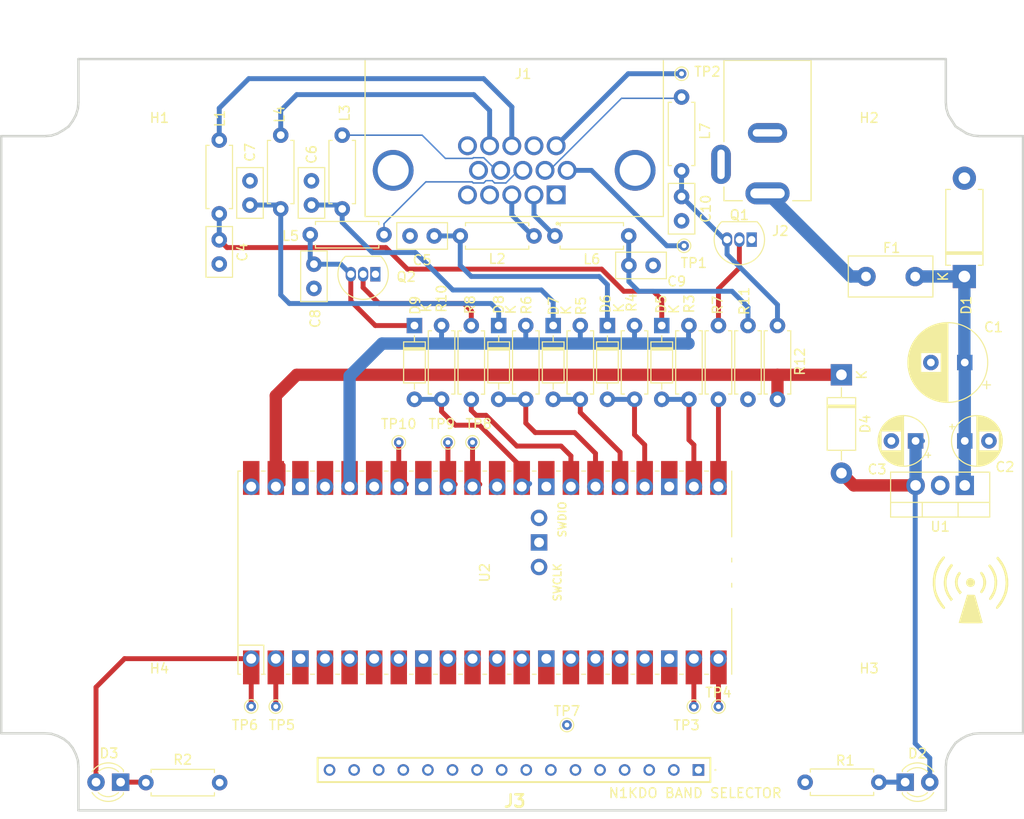
<source format=kicad_pcb>
(kicad_pcb (version 20240108) (generator "pcbnew") (generator_version "8.0")
  (title_block (title "n1kdo_band_selector") (date "2024-09-15") (rev "0.0.3"))
  (layers (0 "F.Cu" signal) (31 "B.Cu" signal) (34 "B.Paste" user) (35 "F.Paste" user) (36 "B.SilkS" user "B.Silkscreen") (37 "F.SilkS" user "F.Silkscreen") (38 "B.Mask" user) (39 "F.Mask" user) (44 "Edge.Cuts" user))
  (net 0 "")
  (net 1 "+12V")
  (net 2 "GND")
  (net 3 "+5V")
  (net 4 "Net-(D5-K)")
  (net 5 "Net-(D6-K)")
  (net 6 "Net-(D7-K)")
  (net 7 "Net-(D8-K)")
  (net 8 "Net-(D9-K)")
  (net 9 "Net-(C9-Pad1)")
  (net 10 "Net-(D2-K)")
  (net 11 "/BLINKY")
  (net 12 "Net-(D3-K)")
  (net 13 "+5VD")
  (net 14 "/B0")
  (net 15 "/B1")
  (net 16 "/B2")
  (net 17 "/B3")
  (net 18 "/\\PWRSENSE")
  (net 19 "Net-(F1-Pad1)")
  (net 23 "/\\PWR_ON")
  (net 24 "/BAND1")
  (net 25 "/DIGOUT0")
  (net 26 "/\\INHIBIT")
  (net 27 "Net-(Q1-D)")
  (net 28 "/BAND3")
  (net 29 "/AUXBUS")
  (net 30 "/BAND0")
  (net 31 "/BAND2")
  (net 33 "/D5")
  (net 34 "/SW3")
  (net 35 "/RS")
  (net 36 "/RW")
  (net 37 "/SW1")
  (net 38 "/E")
  (net 39 "/SW4")
  (net 40 "/D7")
  (net 41 "+3.3V")
  (net 42 "/D4")
  (net 43 "/SW2")
  (net 44 "/D6")
  (net 45 "Net-(Q1-G)")
  (net 46 "Net-(Q2-G)")
  (net 47 "/INH")
  (net 48 "/PWRON")
  (net 49 "/LISTEN")
  (net 50 "Net-(U2-GPIO14)")
  (net 51 "Net-(U2-GPIO15)")
  (net 52 "Net-(U2-GPIO1)")
  (net 65 "/DIGOUT1")
  (net 66 "Net-(J3-Pad5)")
  (net 67 "Net-(U2-GPIO26_ADC0)")
  (net 68 "Net-(U2-GPIO27_ADC1)")
  (net 69 "Net-(U2-GPIO28_ADC2)")
  (footprint "Capacitor_THT:CP_Radial_D8.0mm_P3.50mm" (layer "F.Cu") (at 199.43 81.28 180)
    (property "Reference" "C1")
    (property "Value" "220")
  )
  (footprint "TestPoint:TestPoint_THTPad_D1.0mm_Drill0.5mm" (layer "F.Cu") (at 148.59 89.535)
    (property "Reference" "TP8")
    (property "Value" "TestPoint")
  )
  (footprint "Resistor_THT:R_Axial_DIN0207_L6.3mm_D2.5mm_P7.62mm_Horizontal" (layer "F.Cu") (at 170.18 53.848 -90)
    (property "Reference" "L7")
    (property "Value" "100uH")
  )
  (footprint "Resistor_THT:R_Axial_DIN0207_L6.3mm_D2.5mm_P7.62mm_Horizontal" (layer "F.Cu") (at 148.46 85.09 90)
    (property "Reference" "R8")
    (property "Value" "100")
  )
  (footprint "Resistor_THT:R_Axial_DIN0207_L6.3mm_D2.5mm_P7.62mm_Horizontal" (layer "F.Cu") (at 122.428 58.293 -90)
    (property "Reference" "L1")
    (property "Value" "100uH")
  )
  (footprint "Capacitor_THT:C_Disc_D5.0mm_W2.5mm_P2.50mm" (layer "F.Cu") (at 170.18 64.135 -90)
    (property "Reference" "C10")
    (property "Value" ".1uF")
  )
  (footprint "Library:RPi_PicoW_SMD_TH" (layer "F.Cu") (at 149.86 103 90)
    (property "Reference" "U2")
    (property "Value" "PicoW")
  )
  (footprint "Resistor_THT:R_Axial_DIN0207_L6.3mm_D2.5mm_P7.62mm_Horizontal" (layer "F.Cu") (at 135.128 57.785 -90)
    (property "Reference" "L3")
    (property "Value" "100uH")
  )
  (footprint "MountingHole:MountingHole_3.5mm" (layer "F.Cu") (at 116.245 60.5)
    (property "Reference" "H1")
    (property "Value" "MountingHole")
  )
  (footprint "Capacitor_THT:C_Disc_D5.0mm_W2.5mm_P2.50mm" (layer "F.Cu") (at 125.603 65.004 90)
    (property "Reference" "C7")
    (property "Value" ".1uF")
  )
  (footprint "Resistor_THT:R_Axial_DIN0207_L6.3mm_D2.5mm_P7.62mm_Horizontal" (layer "F.Cu") (at 170.94 77.46 -90)
    (property "Reference" "R3")
    (property "Value" "10K")
  )
  (footprint "Diode_THT:D_DO-41_SOD81_P10.16mm_Horizontal" (layer "F.Cu") (at 186.69 82.55 -90)
    (property "Reference" "D4")
    (property "Value" "1N5819")
  )
  (footprint "Diode_THT:D_DO-35_SOD27_P7.62mm_Horizontal" (layer "F.Cu") (at 142.59 77.46 -90)
    (property "Reference" "D9")
    (property "Value" "BAT43")
  )
  (footprint "Package_TO_SOT_THT:TO-92_Inline" (layer "F.Cu") (at 138.557 72.157 180)
    (property "Reference" "Q2")
    (property "Value" "2N7000")
  )
  (footprint "TestPoint:TestPoint_THTPad_D1.0mm_Drill0.5mm" (layer "F.Cu") (at 128.27 116.84)
    (property "Reference" "TP5")
    (property "Value" "TestPoint")
  )
  (footprint "Capacitor_THT:C_Disc_D5.0mm_W2.5mm_P2.50mm" (layer "F.Cu") (at 131.953 65.004 90)
    (property "Reference" "C6")
    (property "Value" ".1uF")
  )
  (footprint "MountingHole:MountingHole_3.5mm" (layer "F.Cu") (at 116.245 117.4)
    (property "Reference" "H4")
    (property "Value" "MountingHole")
  )
  (footprint "Resistor_THT:R_Axial_DIN0207_L6.3mm_D2.5mm_P7.62mm_Horizontal" (layer "F.Cu") (at 190.56 124.66 180)
    (property "Reference" "R1")
    (property "Value" "470")
  )
  (footprint "TestPoint:TestPoint_THTPad_D1.0mm_Drill0.5mm" (layer "F.Cu") (at 125.73 116.8191)
    (property "Reference" "TP6")
    (property "Value" "TestPoint")
  )
  (footprint "Package_TO_SOT_THT:TO-92_Inline" (layer "F.Cu") (at 177.419 68.58 180)
    (property "Reference" "Q1")
    (property "Value" "2N7000")
  )
  (footprint "Resistor_THT:R_Axial_DIN0207_L6.3mm_D2.5mm_P7.62mm_Horizontal" (layer "F.Cu") (at 154.94 68.199 180)
    (property "Reference" "L2")
    (property "Value" "100uH")
  )
  (footprint "Package_TO_SOT_THT:TO-220-3_Vertical" (layer "F.Cu") (at 199.43 93.98 180)
    (property "Reference" "U1")
    (property "Value" "L7805")
  )
  (footprint "TestPoint:TestPoint_THTPad_D1.0mm_Drill0.5mm" (layer "F.Cu") (at 170.18 51.435)
    (property "Reference" "TP2")
    (property "Value" "TestPoint")
  )
  (footprint "Library:75915416LF" (layer "F.Cu") (at 171.92 123.39)
    (property "Reference" "J3")
    (property "Value" "75915416LF" (hide yes))
  )
  (footprint "Resistor_THT:R_Axial_DIN0207_L6.3mm_D2.5mm_P7.62mm_Horizontal" (layer "F.Cu") (at 173.99 85.08 90)
    (property "Reference" "R7")
    (property "Value" "100")
  )
  (footprint "Resistor_THT:R_Axial_DIN0207_L6.3mm_D2.5mm_P7.62mm_Horizontal" (layer "F.Cu") (at 114.85 124.7)
    (property "Reference" "R2")
    (property "Value" "330")
  )
  (footprint "Library:RUEF090" (layer "F.Cu") (at 189.23 72.39)
    (property "Reference" "F1")
    (property "Value" "Polyfuse")
  )
  (footprint "Diode_THT:D_DO-35_SOD27_P7.62mm_Horizontal" (layer "F.Cu") (at 156.92 77.46 -90)
    (property "Reference" "D7")
    (property "Value" "BAT43")
  )
  (footprint "Library:SWITCHCRAFT_RAPC722X" (layer "F.Cu") (at 179.05625 57.55 180)
    (property "Reference" "J2")
    (property "Value" "POWER")
  )
  (footprint "TestPoint:TestPoint_THTPad_D1.0mm_Drill0.5mm" (layer "F.Cu") (at 173.99 116.84)
    (property "Reference" "TP4")
    (property "Value" "TestPoint")
  )
  (footprint "Resistor_THT:R_Axial_DIN0207_L6.3mm_D2.5mm_P7.62mm_Horizontal" (layer "F.Cu") (at 139.446 68.072 180)
    (property "Reference" "L5")
    (property "Value" "100uH")
  )
  (footprint "TestPoint:TestPoint_THTPad_D1.0mm_Drill0.5mm" (layer "F.Cu") (at 171.45 116.84)
    (property "Reference" "TP3")
    (property "Value" "TestPoint")
  )
  (footprint "TestPoint:TestPoint_THTPad_D1.0mm_Drill0.5mm" (layer "F.Cu") (at 158.34 118.745)
    (property "Reference" "TP7")
    (property "Value" "TestPoint")
  )
  (footprint "TestPoint:TestPoint_THTPad_D1.0mm_Drill0.5mm" (layer "F.Cu") (at 140.97 89.535)
    (property "Reference" "TP10")
    (property "Value" "TestPoint")
  )
  (footprint "Resistor_THT:R_Axial_DIN0207_L6.3mm_D2.5mm_P7.62mm_Horizontal" (layer "F.Cu") (at 157.099 68.199)
    (property "Reference" "L6")
    (property "Value" "100uH")
  )
  (footprint "Library:non-ionizing-bigger" (layer "F.Cu") (at 200.025 104.775)
    (property "Reference" "#G1" (hide yes))
    (property "Value" "LOGO" (hide yes))
  )
  (footprint "LED_THT:LED_D3.0mm" (layer "F.Cu") (at 112.24 124.65 180)
    (property "Reference" "D3")
    (property "Value" "LED")
  )
  (footprint "Capacitor_THT:C_Disc_D5.0mm_W2.5mm_P2.50mm" (layer "F.Cu") (at 132.207 71.12 -90)
    (property "Reference" "C8")
    (property "Value" ".1uF")
  )
  (footprint "Resistor_THT:R_Axial_DIN0207_L6.3mm_D2.5mm_P7.62mm_Horizontal" (layer "F.Cu") (at 177.04 77.46 -90)
    (property "Reference" "R11")
    (property "Value" "DNP")
  )
  (footprint "Capacitor_THT:C_Disc_D5.0mm_W2.5mm_P2.50mm" (layer "F.Cu") (at 144.633 68.199 180)
    (property "Reference" "C5")
    (property "Value" ".1uF")
  )
  (footprint "Capacitor_THT:CP_Radial_D5.0mm_P2.50mm" (layer "F.Cu") (at 199.43 89.385)
    (property "Reference" "C2")
    (property "Value" "2.2")
  )
  (footprint "Capacitor_THT:C_Disc_D5.0mm_W2.5mm_P2.50mm" (layer "F.Cu") (at 122.428 68.6 -90)
    (property "Reference" "C4")
    (property "Value" ".1uF")
  )
  (footprint "Resistor_THT:R_Axial_DIN0207_L6.3mm_D2.5mm_P7.62mm_Horizontal" (layer "F.Cu") (at 180.086 85.08 90)
    (property "Reference" "R12")
    (property "Value" "10K")
  )
  (footprint "LED_THT:LED_D3.0mm" (layer "F.Cu") (at 193.275 124.65)
    (property "Reference" "D2")
    (property "Value" "RED LED")
  )
  (footprint "TestPoint:TestPoint_THTPad_D1.0mm_Drill0.5mm" (layer "F.Cu") (at 170.434 69.215)
    (property "Reference" "TP1")
    (property "Value" "~")
  )
  (footprint "Diode_THT:D_DO-15_P10.16mm_Horizontal" (layer "F.Cu") (at 199.39 72.39 90)
    (property "Reference" "D1")
    (property "Value" "1N4002")
  )
  (footprint "Resistor_THT:R_Axial_DIN0207_L6.3mm_D2.5mm_P7.62mm_Horizontal" (layer "F.Cu") (at 145.39 77.46 -90)
    (property "Reference" "R10")
    (property "Value" "10K")
  )
  (footprint "Resistor_THT:R_Axial_DIN0207_L6.3mm_D2.5mm_P7.62mm_Horizontal" (layer "F.Cu") (at 154.09 77.46 -90)
    (property "Reference" "R6")
    (property "Value" "10K")
  )
  (footprint "TestPoint:TestPoint_THTPad_D1.0mm_Drill0.5mm" (layer "F.Cu") (at 146.05 89.535)
    (property "Reference" "TP9")
    (property "Value" "TestPoint")
  )
  (footprint "Resistor_THT:R_Axial_DIN0207_L6.3mm_D2.5mm_P7.62mm_Horizontal" (layer "F.Cu") (at 165.32 77.46 -90)
    (property "Reference" "R4")
    (property "Value" "10K")
  )
  (footprint "Capacitor_THT:C_Disc_D5.0mm_W2.5mm_P2.50mm" (layer "F.Cu") (at 164.739 71.247)
    (property "Reference" "C9")
    (property "Value" ".1uF")
  )
  (footprint "Library:AMPHENOL_10090926-P154XLF" (layer "F.Cu") (at 152.895 61.42 180)
    (property "Reference" "J1")
    (property "Value" "DE15_Plug_HighDensity_MountingHoles")
  )
  (footprint "Diode_THT:D_DO-35_SOD27_P7.62mm_Horizontal" (layer "F.Cu") (at 151.29 77.46 -90)
    (property "Reference" "D8")
    (property "Value" "BAT43")
  )
  (footprint "Resistor_THT:R_Axial_DIN0207_L6.3mm_D2.5mm_P7.62mm_Horizontal" (layer "F.Cu") (at 159.72 77.46 -90)
    (property "Reference" "R5")
    (property "Value" "10K")
  )
  (footprint "MountingHole:MountingHole_3.5mm" (layer "F.Cu") (at 189.545 60.5)
    (property "Reference" "H2")
    (property "Value" "MountingHole")
  )
  (footprint "Capacitor_THT:CP_Radial_D5.0mm_P2.50mm" (layer "F.Cu") (at 194.35 89.385 180)
    (property "Reference" "C3")
    (property "Value" "2.2")
  )
  (footprint "Diode_THT:D_DO-35_SOD27_P7.62mm_Horizontal" (layer "F.Cu") (at 168.133 77.46 -90)
    (property "Reference" "D5")
    (property "Value" "BAT43")
  )
  (footprint "Resistor_THT:R_Axial_DIN0207_L6.3mm_D2.5mm_P7.62mm_Horizontal" (layer "F.Cu") (at 128.778 57.785 -90)
    (property "Reference" "L4")
    (property "Value" "100uH")
  )
  (footprint "Diode_THT:D_DO-35_SOD27_P7.62mm_Horizontal" (layer "F.Cu") (at 162.52 77.46 -90)
    (property "Reference" "D6")
    (property "Value" "BAT43")
  )
  (footprint "MountingHole:MountingHole_3.5mm" (layer "F.Cu") (at 189.545 117.4)
    (property "Reference" "H3")
    (property "Value" "MountingHole")
  )
  (gr_line (start 105.082927 119.652198) (end 104.396595 119.599449) (stroke (width 0.253305)) (layer "Edge.Cuts"))
  (gr_line (start 106.35 120.179687) (end 105.716463 119.863189) (stroke (width 0.253305)) (layer "Edge.Cuts"))
  (gr_line (start 198.476832 56.880756) (end 199.057574 57.249999) (stroke (width 0.253305)) (layer "Edge.Cuts"))
  (gr_line (start 106.877947 56.880756) (end 107.300305 56.300516) (stroke (width 0.253305)) (layer "Edge.Cuts"))
  (gr_line (start 105.716463 119.863189) (end 105.082927 119.652198) (stroke (width 0.253305)) (layer "Edge.Cuts"))
  (gr_line (start 200.958186 57.882989) (end 205.445734 57.882989) (stroke (width 0.253305)) (layer "Edge.Cuts"))
  (gr_line (start 199.057574 57.249999) (end 199.638316 57.619243) (stroke (width 0.253305)) (layer "Edge.Cuts"))
  (gr_line (start 107.617074 55.720276) (end 107.828253 55.034538) (stroke (width 0.253305)) (layer "Edge.Cuts"))
  (gr_line (start 197.737704 55.720276) (end 198.107272 56.300516) (stroke (width 0.253305)) (layer "Edge.Cuts"))
  (gr_line (start 99.909042 119.599449) (end 99.909042 57.882989) (stroke (width 0.253305)) (layer "Edge.Cuts"))
  (gr_line (start 104.396595 57.882989) (end 105.082927 57.83024) (stroke (width 0.253305)) (layer "Edge.Cuts"))
  (gr_line (start 107.300305 56.300516) (end 107.617074 55.720276) (stroke (width 0.253305)) (layer "Edge.Cuts"))
  (gr_line (start 200.324648 57.83024) (end 200.958186 57.882989) (stroke (width 0.253305)) (layer "Edge.Cuts"))
  (gr_line (start 198.476816 120.601684) (end 198.107264 121.129165) (stroke (width 0.253305)) (layer "Edge.Cuts"))
  (gr_line (start 197.473727 49.917874) (end 197.473727 54.401548) (stroke (width 0.253305)) (layer "Edge.Cuts"))
  (gr_line (start 197.473719 127.564552) (end 107.881047 127.564552) (stroke (width 0.253305)) (layer "Edge.Cuts"))
  (gr_line (start 107.881047 54.401548) (end 107.881047 49.917874) (stroke (width 0.253305)) (layer "Edge.Cuts"))
  (gr_line (start 106.35 57.25) (end 106.877947 56.880756) (stroke (width 0.253305)) (layer "Edge.Cuts"))
  (gr_line (start 197.473719 123.080879) (end 197.473719 127.564552) (stroke (width 0.253305)) (layer "Edge.Cuts"))
  (gr_line (start 104.396595 119.599449) (end 99.909042 119.599449) (stroke (width 0.253305)) (layer "Edge.Cuts"))
  (gr_line (start 107.881047 49.917874) (end 197.473727 49.917874) (stroke (width 0.253305)) (layer "Edge.Cuts"))
  (gr_line (start 106.877947 120.601684) (end 106.35 120.179687) (stroke (width 0.253305)) (layer "Edge.Cuts"))
  (gr_line (start 205.445734 57.882989) (end 205.445734 119.599449) (stroke (width 0.253305)) (layer "Edge.Cuts"))
  (gr_line (start 107.828253 122.395141) (end 107.617074 121.762153) (stroke (width 0.253305)) (layer "Edge.Cuts"))
  (gr_line (start 105.716463 57.619244) (end 106.35 57.25) (stroke (width 0.253305)) (layer "Edge.Cuts"))
  (gr_line (start 197.473727 54.401548) (end 197.526522 55.034537) (stroke (width 0.253305)) (layer "Edge.Cuts"))
  (gr_line (start 107.881047 127.564552) (end 107.881047 123.080879) (stroke (width 0.253305)) (layer "Edge.Cuts"))
  (gr_line (start 199.638308 119.863189) (end 199.057566 120.179687) (stroke (width 0.253305)) (layer "Edge.Cuts"))
  (gr_line (start 199.057566 120.179687) (end 198.476816 120.601684) (stroke (width 0.253305)) (layer "Edge.Cuts"))
  (gr_line (start 107.881047 123.080879) (end 107.828253 122.395141) (stroke (width 0.253305)) (layer "Edge.Cuts"))
  (gr_line (start 107.300305 121.129165) (end 106.877947 120.601684) (stroke (width 0.253305)) (layer "Edge.Cuts"))
  (gr_line (start 200.958178 119.599449) (end 200.324641 119.652198) (stroke (width 0.253305)) (layer "Edge.Cuts"))
  (gr_line (start 107.617074 121.762153) (end 107.300305 121.129165) (stroke (width 0.253305)) (layer "Edge.Cuts"))
  (gr_line (start 107.828253 55.034538) (end 107.881047 54.401548) (stroke (width 0.253305)) (layer "Edge.Cuts"))
  (gr_line (start 198.107272 56.300516) (end 198.476832 56.880756) (stroke (width 0.253305)) (layer "Edge.Cuts"))
  (gr_line (start 105.082927 57.83024) (end 105.716463 57.619244) (stroke (width 0.253305)) (layer "Edge.Cuts"))
  (gr_line (start 198.107264 121.129165) (end 197.737696 121.762153) (stroke (width 0.253305)) (layer "Edge.Cuts"))
  (gr_line (start 200.324641 119.652198) (end 199.638308 119.863189) (stroke (width 0.253305)) (layer "Edge.Cuts"))
  (gr_line (start 99.909042 57.882989) (end 104.396595 57.882989) (stroke (width 0.253305)) (layer "Edge.Cuts"))
  (gr_line (start 197.526514 122.395141) (end 197.473719 123.080879) (stroke (width 0.253305)) (layer "Edge.Cuts"))
  (gr_line (start 199.638316 57.619243) (end 200.324648 57.83024) (stroke (width 0.253305)) (layer "Edge.Cuts"))
  (gr_line (start 205.445734 119.599449) (end 200.958178 119.599449) (stroke (width 0.253305)) (layer "Edge.Cuts"))
  (gr_line (start 197.737696 121.762153) (end 197.526514 122.395141) (stroke (width 0.253305)) (layer "Edge.Cuts"))
  (gr_line (start 197.526522 55.034537) (end 197.737704 55.720276) (stroke (width 0.253305)) (layer "Edge.Cuts"))
  (gr_text "N1KDO BAND SELECTOR" (at 162.56 126.365 0) (layer "F.SilkS") (effects (font (size 1 1)) (justify left bottom)))
  (segment (start 194.3 72.39) (end 199.39 72.39) (width 1.27) (layer "B.Cu") (net 1))
  (segment (start 199.43 81.28) (end 199.43 89.385) (width 1.27) (layer "B.Cu") (net 1))
  (segment (start 199.39 72.39) (end 199.39 81.24) (width 1.27) (layer "B.Cu") (net 1))
  (segment (start 199.39 81.24) (end 199.43 81.28) (width 1.27) (layer "B.Cu") (net 1))
  (segment (start 199.43 89.385) (end 199.43 93.98) (width 1.27) (layer "B.Cu") (net 1))
  (segment (start 138.8 61.42) (end 138.355832 61.42) (width 0.1524) (layer "B.Cu") (net 2))
  (segment (start 141.09 61.42) (end 140.645832 61.42) (width 0.1524) (layer "B.Cu") (net 2))
  (segment (start 140.645832 61.42) (end 139.340632 62.7252) (width 0.1524) (layer "B.Cu") (net 2))
  (segment (start 186.69 92.71) (end 187.96 93.98) (width 1.27) (layer "F.Cu") (net 3))
  (segment (start 187.96 93.98) (end 194.35 93.98) (width 1.27) (layer "F.Cu") (net 3))
  (segment (start 194.31 120.65) (end 194.31 94.02) (width 0.508) (layer "B.Cu") (net 3))
  (segment (start 194.964776 89.28) (end 195.069776 89.385) (width 0.508) (layer "B.Cu") (net 3))
  (segment (start 194.35 93.98) (end 194.35 89.385) (width 1.27) (layer "B.Cu") (net 3))
  (segment (start 195.815 122.155) (end 194.31 120.65) (width 0.508) (layer "B.Cu") (net 3))
  (segment (start 195.815 124.65) (end 195.815 122.155) (width 0.508) (layer "B.Cu") (net 3))
  (segment (start 194.31 94.02) (end 194.35 93.98) (width 0.508) (layer "B.Cu") (net 3))
  (segment (start 168.133 74.788) (end 168.133 77.46) (width 0.508) (layer "F.Cu") (net 4))
  (segment (start 141.859 71.628) (end 161.925 71.628) (width 0.508) (layer "F.Cu") (net 4))
  (segment (start 139.630999 69.399999) (end 141.859 71.628) (width 0.508) (layer "F.Cu") (net 4))
  (segment (start 122.428 68.6) (end 123.227999 69.399999) (width 0.508) (layer "F.Cu") (net 4))
  (segment (start 161.925 71.628) (end 164.211 73.914) (width 0.508) (layer "F.Cu") (net 4))
  (segment (start 123.227999 69.399999) (end 139.630999 69.399999) (width 0.508) (layer "F.Cu") (net 4))
  (segment (start 167.259 73.914) (end 168.133 74.788) (width 0.508) (layer "F.Cu") (net 4))
  (segment (start 164.211 73.914) (end 167.259 73.914) (width 0.508) (layer "F.Cu") (net 4))
  (segment (start 122.428 65.913) (end 122.428 68.6) (width 0.508) (layer "B.Cu") (net 4))
  (segment (start 144.633 68.199) (end 147.32 68.199) (width 0.508) (layer "B.Cu") (net 5))
  (segment (start 147.32 68.199) (end 147.32 71.247) (width 0.508) (layer "B.Cu") (net 5))
  (segment (start 147.32 71.247) (end 148.463 72.39) (width 0.508) (layer "B.Cu") (net 5))
  (segment (start 161.671 72.39) (end 162.52 73.239) (width 0.508) (layer "B.Cu") (net 5))
  (segment (start 162.52 77.13) (end 162.52 77.47) (width 0.508) (layer "B.Cu") (net 5))
  (segment (start 148.463 72.39) (end 161.671 72.39) (width 0.508) (layer "B.Cu") (net 5))
  (segment (start 162.52 73.239) (end 162.52 77.46) (width 0.508) (layer "B.Cu") (net 5))
  (segment (start 156.92 77.46) (end 156.92 75.005) (width 0.508) (layer "B.Cu") (net 6))
  (segment (start 156.92 77.04) (end 156.92 77.47) (width 0.508) (layer "B.Cu") (net 6))
  (segment (start 134.727 65.004) (end 135.128 65.405) (width 0.508) (layer "B.Cu") (net 6))
  (segment (start 135.128 66.802) (end 135.128 65.405) (width 0.508) (layer "B.Cu") (net 6))
  (segment (start 146.558 73.787) (end 142.6845 69.9135) (width 0.508) (layer "B.Cu") (net 6))
  (segment (start 156.92 75.005) (end 155.702 73.787) (width 0.508) (layer "B.Cu") (net 6))
  (segment (start 138.2395 69.9135) (end 135.128 66.802) (width 0.508) (layer "B.Cu") (net 6))
  (segment (start 142.6845 69.9135) (end 138.2395 69.9135) (width 0.508) (layer "B.Cu") (net 6))
  (segment (start 131.953 65.004) (end 134.727 65.004) (width 0.508) (layer "B.Cu") (net 6))
  (segment (start 155.702 73.787) (end 146.558 73.787) (width 0.508) (layer "B.Cu") (net 6))
  (segment (start 151.29 77.46) (end 151.29 75.979) (width 0.508) (layer "B.Cu") (net 7))
  (segment (start 128.377 65.004) (end 128.778 65.405) (width 0.508) (layer "B.Cu") (net 7))
  (segment (start 125.603 65.004) (end 128.377 65.004) (width 0.508) (layer "B.Cu") (net 7))
  (segment (start 129.667 75.184) (end 128.778 74.295) (width 0.508) (layer "B.Cu") (net 7))
  (segment (start 128.778 74.295) (end 128.778 65.405) (width 0.508) (layer "B.Cu") (net 7))
  (segment (start 150.495 75.184) (end 129.667 75.184) (width 0.508) (layer "B.Cu") (net 7))
  (segment (start 151.29 75.979) (end 150.495 75.184) (width 0.508) (layer "B.Cu") (net 7))
  (segment (start 142.59 77.46) (end 138.547 77.46) (width 0.508) (layer "F.Cu") (net 8))
  (segment (start 136.017 74.93) (end 136.017 72.157) (width 0.508) (layer "F.Cu") (net 8))
  (segment (start 138.547 77.46) (end 136.017 74.93) (width 0.508) (layer "F.Cu") (net 8))
  (segment (start 131.826 70.739) (end 132.207 71.12) (width 0.508) (layer "B.Cu") (net 8))
  (segment (start 131.826 68.072) (end 131.826 70.739) (width 0.508) (layer "B.Cu") (net 8))
  (segment (start 132.207 71.12) (end 134.98 71.12) (width 0.508) (layer "B.Cu") (net 8))
  (segment (start 134.98 71.12) (end 136.017 72.157) (width 0.508) (layer "B.Cu") (net 8))
  (segment (start 164.465 71.08) (end 164.505 71.12) (width 0.254) (layer "B.Cu") (net 9))
  (segment (start 164.739 72.918) (end 165.735 73.914) (width 0.508) (layer "B.Cu") (net 9))
  (segment (start 177.04 75.567) (end 175.387 73.914) (width 0.508) (layer "B.Cu") (net 9))
  (segment (start 177.04 77.46) (end 177.04 75.567) (width 0.508) (layer "B.Cu") (net 9))
  (segment (start 164.719 71.227) (end 164.739 71.247) (width 0.508) (layer "B.Cu") (net 9))
  (segment (start 164.739 71.247) (end 164.739 72.918) (width 0.508) (layer "B.Cu") (net 9))
  (segment (start 164.719 68.199) (end 164.719 71.227) (width 0.508) (layer "B.Cu") (net 9))
  (segment (start 175.387 73.914) (end 165.735 73.914) (width 0.508) (layer "B.Cu") (net 9))
  (segment (start 190.57 124.65) (end 190.56 124.66) (width 0.508) (layer "B.Cu") (net 10))
  (segment (start 193.275 124.65) (end 190.57 124.65) (width 0.508) (layer "B.Cu") (net 10))
  (segment (start 112.652 111.89) (end 125.73 111.89) (width 0.508) (layer "F.Cu") (net 11))
  (segment (start 109.7 124.65) (end 109.7 114.836) (width 0.508) (layer "F.Cu") (net 11))
  (segment (start 112.649 111.887) (end 112.652 111.89) (width 0.508) (layer "F.Cu") (net 11))
  (segment (start 109.7 114.836) (end 112.649 111.887) (width 0.508) (layer "F.Cu") (net 11))
  (segment (start 125.73 111.89) (end 125.73 116.8191) (width 0.508) (layer "F.Cu") (net 11))
  (segment (start 112.24 124.65) (end 114.8 124.65) (width 0.508) (layer "F.Cu") (net 12))
  (segment (start 114.8 124.65) (end 114.85 124.7) (width 0.508) (layer "F.Cu") (net 12))
  (segment (start 128.27 84.709) (end 128.27 94.11) (width 1.27) (layer "F.Cu") (net 13))
  (segment (start 130.429 82.55) (end 128.27 84.709) (width 1.27) (layer "F.Cu") (net 13))
  (segment (start 129.02 93.8691) (end 129.02 91.8931) (width 0.508) (layer "F.Cu") (net 13))
  (segment (start 180.086 85.08) (end 180.086 82.55) (width 1.27) (layer "F.Cu") (net 13))
  (segment (start 186.69 82.55) (end 180.086 82.55) (width 1.27) (layer "F.Cu") (net 13))
  (segment (start 180.086 82.55) (end 130.429 82.55) (width 1.27) (layer "F.Cu") (net 13))
  (segment (start 171.45 89.789) (end 171.45 94.11) (width 0.508) (layer "F.Cu") (net 14))
  (segment (start 170.94 85.08) (end 170.94 89.279) (width 0.508) (layer "F.Cu") (net 14))
  (segment (start 170.94 89.279) (end 171.45 89.789) (width 0.508) (layer "F.Cu") (net 14))
  (segment (start 168.09 85.09) (end 170.89 85.09) (width 0.508) (layer "B.Cu") (net 14))
  (segment (start 170.89 85.09) (end 170.9 85.08) (width 0.508) (layer "B.Cu") (net 14))
  (segment (start 165.32 88.739) (end 166.37 89.789) (width 0.508) (layer "F.Cu") (net 15))
  (segment (start 165.32 85.08) (end 165.32 88.739) (width 0.508) (layer "F.Cu") (net 15))
  (segment (start 166.37 89.789) (end 166.37 94.11) (width 0.508) (layer "F.Cu") (net 15))
  (segment (start 162.52 85.09) (end 165.32 85.09) (width 0.508) (layer "B.Cu") (net 15))
  (segment (start 159.72 86.441) (end 163.83 90.551) (width 0.508) (layer "F.Cu") (net 16))
  (segment (start 159.72 85.08) (end 159.72 86.441) (width 0.508) (layer "F.Cu") (net 16))
  (segment (start 163.83 90.551) (end 163.83 94.11) (width 0.508) (layer "F.Cu") (net 16))
  (segment (start 156.92 85.09) (end 159.72 85.09) (width 0.508) (layer "B.Cu") (net 16))
  (segment (start 154.09 85.08) (end 154.09 87.542) (width 0.508) (layer "F.Cu") (net 17))
  (segment (start 154.09 87.542) (end 155.067 88.519) (width 0.508) (layer "F.Cu") (net 17))
  (segment (start 159.131 88.519) (end 161.29 90.678) (width 0.508) (layer "F.Cu") (net 17))
  (segment (start 155.067 88.519) (end 159.131 88.519) (width 0.508) (layer "F.Cu") (net 17))
  (segment (start 161.29 90.678) (end 161.29 94.11) (width 0.508) (layer "F.Cu") (net 17))
  (segment (start 151.29 85.1) (end 154.09 85.1) (width 0.508) (layer "B.Cu") (net 17))
  (segment (start 149.293 87.757) (end 153.67 92.134) (width 0.508) (layer "F.Cu") (net 18))
  (segment (start 153.67 92.134) (end 153.67 94.11) (width 0.508) (layer "F.Cu") (net 18))
  (segment (start 145.39 85.08) (end 145.39 86.335) (width 0.508) (layer "F.Cu") (net 18))
  (segment (start 146.812 87.757) (end 149.293 87.757) (width 0.508) (layer "F.Cu") (net 18))
  (segment (start 145.39 86.335) (end 146.812 87.757) (width 0.508) (layer "F.Cu") (net 18))
  (segment (start 142.59 85.09) (end 145.39 85.09) (width 0.508) (layer "B.Cu") (net 18))
  (segment (start 154.49 93.7991) (end 154.42 93.8691) (width 0.508) (layer "B.Cu") (net 18))
  (segment (start 179.05625 63.8) (end 187.64625 72.39) (width 1.27) (layer "B.Cu") (net 19))
  (segment (start 187.64625 72.39) (end 189.23 72.39) (width 1.27) (layer "B.Cu") (net 19))
  (segment (start 152.035632 62.7252) (end 150.8632 62.7252) (width 0.1524) (layer "B.Cu") (net 23))
  (segment (start 150.8632 62.7252) (end 150.622 62.484) (width 0.1524) (layer "B.Cu") (net 23))
  (segment (start 153.785 61.42) (end 153.340832 61.42) (width 0.1524) (layer "B.Cu") (net 23))
  (segment (start 149.745632 62.7252) (end 148.664368 62.7252) (width 0.1524) (layer "B.Cu") (net 23))
  (segment (start 150.622 62.484) (end 149.986832 62.484) (width 0.1524) (layer "B.Cu") (net 23))
  (segment (start 143.764 62.611) (end 139.446 66.929) (width 0.1524) (layer "B.Cu") (net 23))
  (segment (start 139.446 66.929) (end 139.446 68.072) (width 0.1524) (layer "B.Cu") (net 23))
  (segment (start 148.664368 62.7252) (end 148.550168 62.611) (width 0.1524) (layer "B.Cu") (net 23))
  (segment (start 149.986832 62.484) (end 149.745632 62.7252) (width 0.1524) (layer "B.Cu") (net 23))
  (segment (start 148.550168 62.611) (end 143.764 62.611) (width 0.1524) (layer "B.Cu") (net 23))
  (segment (start 153.340832 61.42) (end 152.035632 62.7252) (width 0.1524) (layer "B.Cu") (net 23))
  (segment (start 152.645 66.031) (end 154.686 68.072) (width 0.508) (layer "B.Cu") (net 24))
  (segment (start 152.645 63.96) (end 152.645 66.031) (width 0.508) (layer "B.Cu") (net 24))
  (segment (start 168.656 69.215) (end 160.861 61.42) (width 0.508) (layer "B.Cu") (net 25))
  (segment (start 170.434 69.215) (end 168.656 69.215) (width 0.508) (layer "B.Cu") (net 25))
  (segment (start 160.861 61.42) (end 158.365 61.42) (width 0.508) (layer "B.Cu") (net 25))
  (segment (start 156.075 61.42) (end 156.519168 61.42) (width 0.1524) (layer "B.Cu") (net 26))
  (segment (start 163.975832 53.975) (end 170.18 53.975) (width 0.1524) (layer "B.Cu") (net 26))
  (segment (start 157.753968 60.1852) (end 157.765632 60.1852) (width 0.1524) (layer "B.Cu") (net 26))
  (segment (start 157.765632 60.1852) (end 163.975832 53.975) (width 0.1524) (layer "B.Cu") (net 26))
  (segment (start 156.519168 61.42) (end 157.753968 60.1852) (width 0.1524) (layer "B.Cu") (net 26))
  (segment (start 170.18 64.135) (end 170.18 61.595) (width 0.508) (layer "B.Cu") (net 27))
  (segment (start 174.879 68.58) (end 174.879 70.104) (width 0.508) (layer "B.Cu") (net 27))
  (segment (start 170.18 64.135) (end 174.625 68.58) (width 0.508) (layer "B.Cu") (net 27))
  (segment (start 174.625 68.58) (end 174.879 68.58) (width 0.254) (layer "B.Cu") (net 27))
  (segment (start 174.879 70.104) (end 180.086 75.311) (width 0.508) (layer "B.Cu") (net 27))
  (segment (start 180.086 75.311) (end 180.086 77.46) (width 0.508) (layer "B.Cu") (net 27))
  (segment (start 130.429 53.594) (end 148.717 53.594) (width 0.508) (layer "B.Cu") (net 28))
  (segment (start 128.778 57.785) (end 128.778 55.245) (width 0.508) (layer "B.Cu") (net 28))
  (segment (start 128.778 55.245) (end 130.429 53.594) (width 0.508) (layer "B.Cu") (net 28))
  (segment (start 148.717 53.594) (end 150.355 55.232) (width 0.508) (layer "B.Cu") (net 28))
  (segment (start 150.355 55.232) (end 150.355 58.88) (width 0.508) (layer "B.Cu") (net 28))
  (segment (start 154.935 63.96) (end 154.935 66.035) (width 0.508) (layer "B.Cu") (net 29))
  (segment (start 154.935 66.035) (end 157.099 68.199) (width 0.508) (layer "B.Cu") (net 29))
  (segment (start 125.476 51.943) (end 149.733 51.943) (width 0.508) (layer "B.Cu") (net 30))
  (segment (start 122.428 54.991) (end 125.476 51.943) (width 0.508) (layer "B.Cu") (net 30))
  (segment (start 152.645 54.873) (end 152.645 58.88) (width 0.508) (layer "B.Cu") (net 30))
  (segment (start 152.654 54.864) (end 152.645 54.873) (width 0.508) (layer "B.Cu") (net 30))
  (segment (start 122.428 58.293) (end 122.428 54.991) (width 0.508) (layer "B.Cu") (net 30))
  (segment (start 149.733 51.943) (end 152.654 54.864) (width 0.508) (layer "B.Cu") (net 30))
  (segment (start 148.605632 60.1852) (end 145.7832 60.1852) (width 0.1524) (layer "B.Cu") (net 31))
  (segment (start 151.050832 61.42) (end 149.745632 60.1148) (width 0.1524) (layer "B.Cu") (net 31))
  (segment (start 149.745632 60.1148) (end 148.676032 60.1148) (width 0.1524) (layer "B.Cu") (net 31))
  (segment (start 151.495 61.42) (end 151.050832 61.42) (width 0.1524) (layer "B.Cu") (net 31))
  (segment (start 143.383 57.785) (end 135.128 57.785) (width 0.1524) (layer "B.Cu") (net 31))
  (segment (start 148.676032 60.1148) (end 148.605632 60.1852) (width 0.1524) (layer "B.Cu") (net 31))
  (segment (start 145.7832 60.1852) (end 143.383 57.785) (width 0.1524) (layer "B.Cu") (net 31))
  (segment (start 135.89 82.677) (end 135.89 94.11) (width 1.27) (layer "B.Cu") (net 41))
  (segment (start 154.09 77.48) (end 154.09 79.26) (width 0.508) (layer "B.Cu") (net 41))
  (segment (start 165.32 77.47) (end 165.32 79.27) (width 0.508) (layer "B.Cu") (net 41))
  (segment (start 139.247 79.32) (end 170.89 79.32) (width 1.27) (layer "B.Cu") (net 41))
  (segment (start 159.72 77.47) (end 159.72 79.33) (width 0.508) (layer "B.Cu") (net 41))
  (segment (start 170.9 77.46) (end 170.9 79.31) (width 0.508) (layer "B.Cu") (net 41))
  (segment (start 145.39 77.47) (end 145.39 79.32) (width 0.508) (layer "B.Cu") (net 41))
  (segment (start 170.89 79.32) (end 170.9 79.31) (width 1.27) (layer "B.Cu") (net 41))
  (segment (start 139.247 79.32) (end 135.89 82.677) (width 1.27) (layer "B.Cu") (net 41))
  (segment (start 173.99 73.66) (end 173.99 77.46) (width 0.508) (layer "F.Cu") (net 45))
  (segment (start 176.149 71.501) (end 173.99 73.66) (width 0.508) (layer "F.Cu") (net 45))
  (segment (start 176.149 68.58) (end 176.149 71.501) (width 0.508) (layer "F.Cu") (net 45))
  (segment (start 148.46 75.949) (end 148.46 77.47) (width 0.508) (layer "F.Cu") (net 46))
  (segment (start 137.287 72.157) (end 137.287 73.533) (width 0.508) (layer "F.Cu") (net 46))
  (segment (start 147.701 75.184) (end 148.463 75.946) (width 0.508) (layer "F.Cu") (net 46))
  (segment (start 137.287 73.533) (end 138.938 75.184) (width 0.508) (layer "F.Cu") (net 46))
  (segment (start 148.463 75.946) (end 148.46 75.949) (width 0.508) (layer "F.Cu") (net 46))
  (segment (start 138.938 75.184) (end 147.701 75.184) (width 0.508) (layer "F.Cu") (net 46))
  (segment (start 173.99 94.11) (end 173.99 85.08) (width 0.508) (layer "F.Cu") (net 47))
  (segment (start 148.46 85.09) (end 148.46 86.23) (width 0.508) (layer "F.Cu") (net 48))
  (segment (start 158.75 90.932) (end 158.75 94.11) (width 0.508) (layer "F.Cu") (net 48))
  (segment (start 148.46 86.23) (end 148.971 86.741) (width 0.508) (layer "F.Cu") (net 48))
  (segment (start 153.162 89.916) (end 157.734 89.916) (width 0.508) (layer "F.Cu") (net 48))
  (segment (start 149.987 86.741) (end 153.162 89.916) (width 0.508) (layer "F.Cu") (net 48))
  (segment (start 148.971 86.741) (end 149.987 86.741) (width 0.508) (layer "F.Cu") (net 48))
  (segment (start 157.734 89.916) (end 158.75 90.932) (width 0.508) (layer "F.Cu") (net 48))
  (segment (start 171.45 111.89) (end 171.45 116.84) (width 0.508) (layer "F.Cu") (net 50))
  (segment (start 173.99 116.84) (end 173.99 111.89) (width 0.508) (layer "F.Cu") (net 51))
  (segment (start 128.27 116.84) (end 128.27 111.89) (width 0.508) (layer "F.Cu") (net 52))
  (segment (start 157.225 58.88) (end 164.67 51.435) (width 0.508) (layer "B.Cu") (net 65))
  (segment (start 164.67 51.435) (end 170.18 51.435) (width 0.508) (layer "B.Cu") (net 65))
  (segment (start 149.19 93.7191) (end 149.34 93.8691) (width 0.508) (layer "F.Cu") (net 67))
  (segment (start 148.59 89.535) (end 148.59 94.11) (width 0.508) (layer "F.Cu") (net 67))
  (segment (start 146.05 89.535) (end 146.05 94.11) (width 0.508) (layer "F.Cu") (net 68))
  (segment (start 146.74 93.8091) (end 146.8 93.8691) (width 0.508) (layer "F.Cu") (net 68))
  (segment (start 141.75 93.8391) (end 141.72 93.8691) (width 0.508) (layer "F.Cu") (net 69))
  (segment (start 140.97 89.535) (end 140.97 94.11) (width 0.508) (layer "F.Cu") (net 69))
)
</source>
